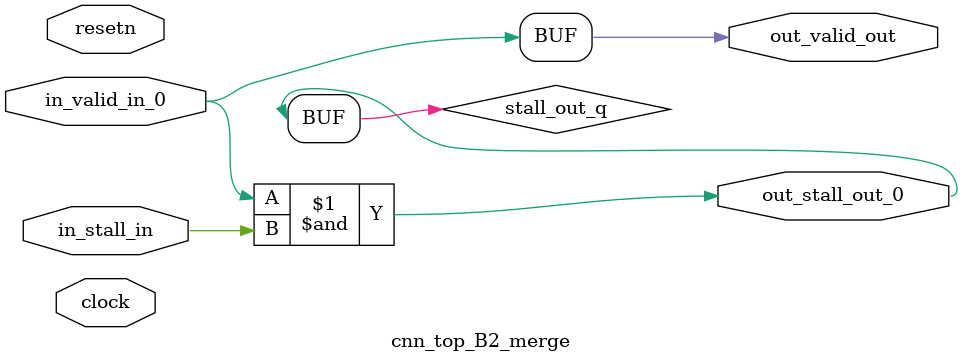
<source format=sv>



(* altera_attribute = "-name AUTO_SHIFT_REGISTER_RECOGNITION OFF; -name MESSAGE_DISABLE 10036; -name MESSAGE_DISABLE 10037; -name MESSAGE_DISABLE 14130; -name MESSAGE_DISABLE 14320; -name MESSAGE_DISABLE 15400; -name MESSAGE_DISABLE 14130; -name MESSAGE_DISABLE 10036; -name MESSAGE_DISABLE 12020; -name MESSAGE_DISABLE 12030; -name MESSAGE_DISABLE 12010; -name MESSAGE_DISABLE 12110; -name MESSAGE_DISABLE 14320; -name MESSAGE_DISABLE 13410; -name MESSAGE_DISABLE 113007; -name MESSAGE_DISABLE 10958" *)
module cnn_top_B2_merge (
    input wire [0:0] in_stall_in,
    input wire [0:0] in_valid_in_0,
    output wire [0:0] out_stall_out_0,
    output wire [0:0] out_valid_out,
    input wire clock,
    input wire resetn
    );

    wire [0:0] stall_out_q;


    // stall_out(LOGICAL,6)
    assign stall_out_q = in_valid_in_0 & in_stall_in;

    // out_stall_out_0(GPOUT,4)
    assign out_stall_out_0 = stall_out_q;

    // out_valid_out(GPOUT,5)
    assign out_valid_out = in_valid_in_0;

endmodule

</source>
